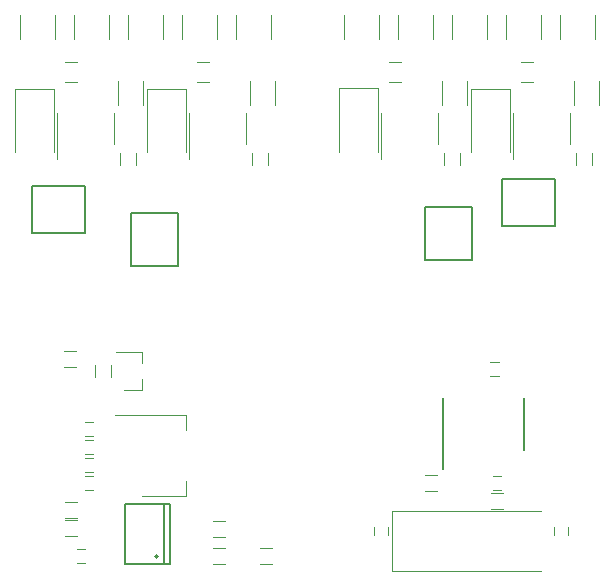
<source format=gto>
G04 #@! TF.GenerationSoftware,KiCad,Pcbnew,(6.0.0-rc1-dev-1425-g4c184f07a)*
G04 #@! TF.CreationDate,2018-12-24T15:04:36+01:00
G04 #@! TF.ProjectId,led_pixel_stm32f030_cree,6c65645f-7069-4786-956c-5f73746d3332,1.1*
G04 #@! TF.SameCoordinates,Original*
G04 #@! TF.FileFunction,Legend,Top*
G04 #@! TF.FilePolarity,Positive*
%FSLAX46Y46*%
G04 Gerber Fmt 4.6, Leading zero omitted, Abs format (unit mm)*
G04 Created by KiCad (PCBNEW (6.0.0-rc1-dev-1425-g4c184f07a)) date 24.12.2018 15:04:36*
%MOMM*%
%LPD*%
G04 APERTURE LIST*
%ADD10C,0.150000*%
%ADD11C,0.120000*%
G04 APERTURE END LIST*
D10*
X131168000Y-91142000D02*
X131168000Y-95142000D01*
X126668000Y-91142000D02*
X131168000Y-91142000D01*
X126668000Y-95142000D02*
X126668000Y-91142000D01*
X131168000Y-95142000D02*
X126668000Y-95142000D01*
D11*
X135926400Y-108387200D02*
X134466400Y-108387200D01*
X135926400Y-105227200D02*
X133766400Y-105227200D01*
X135926400Y-105227200D02*
X135926400Y-106157200D01*
X135926400Y-108387200D02*
X135926400Y-107457200D01*
X130473000Y-121879000D02*
X131173000Y-121879000D01*
X131173000Y-123079000D02*
X130473000Y-123079000D01*
X165461200Y-106003800D02*
X166161200Y-106003800D01*
X166161200Y-107203800D02*
X165461200Y-107203800D01*
X166354500Y-116856000D02*
X165654500Y-116856000D01*
X165654500Y-115656000D02*
X166354500Y-115656000D01*
X156823000Y-119970000D02*
X156823000Y-120670000D01*
X155623000Y-120670000D02*
X155623000Y-119970000D01*
X170863000Y-120670000D02*
X170863000Y-119970000D01*
X172063000Y-119970000D02*
X172063000Y-120670000D01*
X131808000Y-115332000D02*
X131108000Y-115332000D01*
X131108000Y-114132000D02*
X131808000Y-114132000D01*
X131108000Y-115656000D02*
X131808000Y-115656000D01*
X131808000Y-116856000D02*
X131108000Y-116856000D01*
X131108000Y-112608000D02*
X131808000Y-112608000D01*
X131808000Y-113808000D02*
X131108000Y-113808000D01*
X131808000Y-112284000D02*
X131108000Y-112284000D01*
X131108000Y-111084000D02*
X131808000Y-111084000D01*
X168042000Y-82308000D02*
X169042000Y-82308000D01*
X169042000Y-80608000D02*
X168042000Y-80608000D01*
X140610000Y-82308000D02*
X141610000Y-82308000D01*
X141610000Y-80608000D02*
X140610000Y-80608000D01*
X157866000Y-80608000D02*
X156866000Y-80608000D01*
X156866000Y-82308000D02*
X157866000Y-82308000D01*
X129434000Y-82308000D02*
X130434000Y-82308000D01*
X130434000Y-80608000D02*
X129434000Y-80608000D01*
X167144000Y-82884000D02*
X163844000Y-82884000D01*
X163844000Y-82884000D02*
X163844000Y-88284000D01*
X167144000Y-82884000D02*
X167144000Y-88284000D01*
X139712000Y-82884000D02*
X139712000Y-88284000D01*
X136412000Y-82884000D02*
X136412000Y-88284000D01*
X139712000Y-82884000D02*
X136412000Y-82884000D01*
X155968000Y-82858600D02*
X155968000Y-88258600D01*
X152668000Y-82858600D02*
X152668000Y-88258600D01*
X155968000Y-82858600D02*
X152668000Y-82858600D01*
X128536000Y-82884000D02*
X125236000Y-82884000D01*
X125236000Y-82884000D02*
X125236000Y-88284000D01*
X128536000Y-82884000D02*
X128536000Y-88284000D01*
D10*
X170919000Y-94507000D02*
X166419000Y-94507000D01*
X166419000Y-94507000D02*
X166419000Y-90507000D01*
X166419000Y-90507000D02*
X170919000Y-90507000D01*
X170919000Y-90507000D02*
X170919000Y-94507000D01*
X139046000Y-97932000D02*
X135046000Y-97932000D01*
X139046000Y-93432000D02*
X139046000Y-97932000D01*
X135046000Y-93432000D02*
X139046000Y-93432000D01*
X135046000Y-97932000D02*
X135046000Y-93432000D01*
X159938000Y-97424000D02*
X159938000Y-92924000D01*
X159938000Y-92924000D02*
X163938000Y-92924000D01*
X163938000Y-92924000D02*
X163938000Y-97424000D01*
X163938000Y-97424000D02*
X159938000Y-97424000D01*
D11*
X160914000Y-116936000D02*
X159914000Y-116936000D01*
X159914000Y-115576000D02*
X160914000Y-115576000D01*
X143007000Y-120873000D02*
X142007000Y-120873000D01*
X142007000Y-119513000D02*
X143007000Y-119513000D01*
X129332400Y-105111200D02*
X130332400Y-105111200D01*
X130332400Y-106471200D02*
X129332400Y-106471200D01*
X131946400Y-107307200D02*
X131946400Y-106307200D01*
X133306400Y-106307200D02*
X133306400Y-107307200D01*
X142007000Y-121799000D02*
X143007000Y-121799000D01*
X143007000Y-123159000D02*
X142007000Y-123159000D01*
X130434000Y-120746000D02*
X129434000Y-120746000D01*
X129434000Y-119386000D02*
X130434000Y-119386000D01*
X146944000Y-123159000D02*
X145944000Y-123159000D01*
X145944000Y-121799000D02*
X146944000Y-121799000D01*
X130434000Y-119222000D02*
X129434000Y-119222000D01*
X129434000Y-117862000D02*
X130434000Y-117862000D01*
X174692000Y-82236000D02*
X174692000Y-84236000D01*
X172552000Y-84236000D02*
X172552000Y-82236000D01*
X145120000Y-84236000D02*
X145120000Y-82236000D01*
X147260000Y-82236000D02*
X147260000Y-84236000D01*
X161376000Y-84236000D02*
X161376000Y-82236000D01*
X163516000Y-82236000D02*
X163516000Y-84236000D01*
X136084000Y-82236000D02*
X136084000Y-84236000D01*
X133944000Y-84236000D02*
X133944000Y-82236000D01*
X172688000Y-89324000D02*
X172688000Y-88324000D01*
X174048000Y-88324000D02*
X174048000Y-89324000D01*
X145256000Y-89324000D02*
X145256000Y-88324000D01*
X146616000Y-88324000D02*
X146616000Y-89324000D01*
X162872000Y-88324000D02*
X162872000Y-89324000D01*
X161512000Y-89324000D02*
X161512000Y-88324000D01*
X135440000Y-88324000D02*
X135440000Y-89324000D01*
X134080000Y-89324000D02*
X134080000Y-88324000D01*
D10*
X161409000Y-115053000D02*
X161409000Y-109078000D01*
X168309000Y-113528000D02*
X168309000Y-109078000D01*
X138316000Y-118034000D02*
X134506000Y-118034000D01*
X138316000Y-123114000D02*
X134506000Y-123114000D01*
X138316000Y-123114000D02*
X138316000Y-118034000D01*
X134506000Y-123114000D02*
X134506000Y-118034000D01*
X137808000Y-123114000D02*
X137808000Y-118034000D01*
X137300000Y-122479000D02*
G75*
G03X137300000Y-122479000I-127000J0D01*
G01*
D11*
X133708000Y-110560000D02*
X139718000Y-110560000D01*
X135958000Y-117380000D02*
X139718000Y-117380000D01*
X139718000Y-110560000D02*
X139718000Y-111820000D01*
X139718000Y-117380000D02*
X139718000Y-116120000D01*
X172212000Y-84984000D02*
X172212000Y-87584000D01*
X167412000Y-88884000D02*
X167412000Y-84984000D01*
X144780000Y-84984000D02*
X144780000Y-87584000D01*
X139980000Y-88884000D02*
X139980000Y-84984000D01*
X161036000Y-84984000D02*
X161036000Y-87584000D01*
X156236000Y-88884000D02*
X156236000Y-84984000D01*
X133604000Y-84984000D02*
X133604000Y-87584000D01*
X128804000Y-88884000D02*
X128804000Y-84984000D01*
X157143000Y-123759000D02*
X169743000Y-123759000D01*
X157143000Y-118659000D02*
X157143000Y-123759000D01*
X169743000Y-118659000D02*
X157143000Y-118659000D01*
X166502000Y-118460000D02*
X165502000Y-118460000D01*
X165502000Y-117100000D02*
X166502000Y-117100000D01*
X125660000Y-76648000D02*
X125660000Y-78648000D01*
X128620000Y-78648000D02*
X128620000Y-76648000D01*
X133192000Y-78648000D02*
X133192000Y-76648000D01*
X130232000Y-76648000D02*
X130232000Y-78648000D01*
X137764000Y-78648000D02*
X137764000Y-76648000D01*
X134804000Y-76648000D02*
X134804000Y-78648000D01*
X142336000Y-78648000D02*
X142336000Y-76648000D01*
X139376000Y-76648000D02*
X139376000Y-78648000D01*
X146908000Y-78648000D02*
X146908000Y-76648000D01*
X143948000Y-76648000D02*
X143948000Y-78648000D01*
X153092000Y-76648000D02*
X153092000Y-78648000D01*
X156052000Y-78648000D02*
X156052000Y-76648000D01*
X157664000Y-76648000D02*
X157664000Y-78648000D01*
X160624000Y-78648000D02*
X160624000Y-76648000D01*
X162236000Y-76648000D02*
X162236000Y-78648000D01*
X165196000Y-78648000D02*
X165196000Y-76648000D01*
X166808000Y-76648000D02*
X166808000Y-78648000D01*
X169768000Y-78648000D02*
X169768000Y-76648000D01*
X174340000Y-78648000D02*
X174340000Y-76648000D01*
X171380000Y-76648000D02*
X171380000Y-78648000D01*
M02*

</source>
